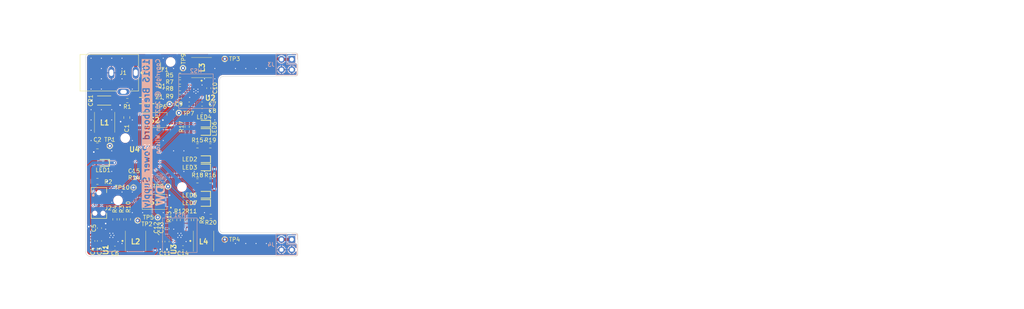
<source format=kicad_pcb>
(kicad_pcb (version 20221018) (generator pcbnew)
  (title_block (title "1016 Breadboard Power Supply") (date "2023-10-05") (rev "1") (company "Dan Wilson") (comment 1 "Copyright © 2023, Dan Wilson"))
  (layers (0 "F.Cu" signal) (31 "B.Cu" power) (34 "B.Paste" user) (35 "F.Paste" user) (36 "B.SilkS" user "B.Silkscreen") (37 "F.SilkS" user "F.Silkscreen") (38 "B.Mask" user) (39 "F.Mask" user) (44 "Edge.Cuts" user))
  (net 0 "")
  (net 1 "/Input Power/Vprot")
  (net 2 "/Input Power/GND")
  (net 3 "/Input Power/VCC")
  (net 4 "/MCU Control/Vmcu")
  (net 5 "/Rail B Power Regulator/VrailB")
  (net 6 "/Input Power/Vfused")
  (net 7 "/Input Power/Vin")
  (net 9 "/MCU Control/SWDIO")
  (net 10 "/MCU Control/SWDCLK")
  (net 12 "/MCU Power Regulator/MCUReg_Sw_Out")
  (net 13 "Net-(LED1-K)")
  (net 14 "/MCU Control/ErrorLED_Sig")
  (net 15 "/MCU Control/ErrorLED_A")
  (net 16 "/MCU Control/OutputLED_A")
  (net 17 "/MCU Control/OutputLED_Sig")
  (net 18 "/MCU Control/5VTLED_A")
  (net 19 "/MCU Control/5VTLED_Sig")
  (net 20 "/MCU Control/5VBLED_A")
  (net 21 "/MCU Control/5VBLED_Sig")
  (net 22 "/MCU Control/3V3TLED_A")
  (net 23 "/MCU Control/3V3TLED_Sig")
  (net 24 "/MCU Control/3V3BLED_Sig")
  (net 25 "/MCU Control/3V3BLED_A")
  (net 26 "/Input Power/RPPgate")
  (net 27 "/MCU Power Regulator/MCUReg_FB")
  (net 28 "/MCU Control/SelectVrailT")
  (net 29 "/MCU Control/SelectVrailB")
  (net 30 "/MCU Control/NRST")
  (net 31 "/MCU Control/Btn_OutputEn")
  (net 32 "/MCU Control/Btn_Config")
  (net 33 "/MCU Control/PGood_RailT")
  (net 34 "/MCU Control/Enable_Output")
  (net 35 "/MCU Control/PGood_RailB")
  (net 38 "/Rail Output/VrailT")
  (net 39 "/MCU Power Regulator/MCUReg_SS")
  (net 40 "/Rail T Power Regulator/RailTReg_SS")
  (net 41 "/Rail B Power Regulator/RailBReg_SS")
  (net 42 "/Rail T Power Regulator/RailTReg_Sw_Out")
  (net 43 "/Rail B Power Regulator/RailBReg_Sw_Out")
  (net 44 "/Rail T Power Regulator/RailTReg_FB")
  (net 45 "/Rail B Power Regulator/RailBReg_FB")
  (net 46 "/MCU Power Regulator/PGood_MCU")
  (footprint "TestPoint:TestPoint_THTPad_D1.0mm_Drill0.5mm" (layer "F.Cu") (at 68.961 84.074)
    (fp_text reference "TP6")
    (fp_text value "TestPoint")
  )
  (footprint "1016:VLS5045EX330M" (layer "F.Cu") (at 52.959 88.541 -90)
    (fp_text reference "L1")
    (fp_text value "VLS5045EX-2R2N" hide)
  )
  (footprint "Resistor_SMD:R_0603_1608Metric" (layer "F.Cu") (at 71.501 78.6)
    (fp_text reference "R7")
    (fp_text value "220K")
  )
  (footprint "TestPoint:TestPoint_THTPad_D1.0mm_Drill0.5mm" (layer "F.Cu") (at 60.071 104.648 180)
    (fp_text reference "TP10")
    (fp_text value "TestPoint")
  )
  (footprint "Resistor_SMD:R_0805_2012Metric" (layer "F.Cu") (at 51.181 103.124)
    (fp_text reference "R2")
    (fp_text value "2K")
  )
  (footprint "Resistor_SMD:R_0603_1608Metric" (layer "F.Cu") (at 71.501 82.156)
    (fp_text reference "R9")
    (fp_text value "28K")
  )
  (footprint "1016:CUI_PJ-102B" (layer "F.Cu") (at 54.11 76.327 180)
    (fp_text reference "J1")
    (fp_text value "PJ-102B")
  )
  (footprint "1016:LEDC1608X80N" (layer "F.Cu") (at 77.47 90.932 180)
    (fp_text reference "LED6")
    (fp_text value "150060YS75003" hide)
  )
  (footprint "1016:LEDC1608X80N" (layer "F.Cu") (at 52.578 98.552 180)
    (fp_text reference "LED1")
    (fp_text value "150060VS75003" hide)
  )
  (footprint "Capacitor_SMD:C_0603_1608Metric" (layer "F.Cu") (at 66.675 117.983 -90)
    (fp_text reference "C12")
    (fp_text value "100n")
  )
  (footprint "Resistor_SMD:R_0603_1608Metric" (layer "F.Cu") (at 75.819 102.997)
    (fp_text reference "R18")
    (fp_text value "210")
  )
  (footprint "1016:LEDC1608X80N" (layer "F.Cu") (at 77.47 99.695 180)
    (fp_text reference "LED3")
    (fp_text value "150060AS75003" hide)
  )
  (footprint "Resistor_SMD:R_0603_1608Metric" (layer "F.Cu") (at 71.501 76.949)
    (fp_text reference "R5")
    (fp_text value "10K")
  )
  (footprint "1016:PTS636SK25JSMTRLFS" (layer "F.Cu") (at 65.278 88.011 180)
    (fp_text reference "S2")
    (fp_text value "Tactile Switch 6mm" hide)
  )
  (footprint "Capacitor_SMD:C_0805_2012Metric" (layer "F.Cu") (at 51.181 94.361 180)
    (fp_text reference "C2")
    (fp_text value "22µ")
  )
  (footprint "Resistor_SMD:R_0603_1608Metric" (layer "F.Cu") (at 57.15 112.5 -90)
    (fp_text reference "R3")
    (fp_text value "100K")
  )
  (footprint "1016:CONN_TC2030-IDC-NL_TGC" (layer "F.Cu") (at 51.562 108.458 -90)
    (fp_text reference "J2")
    (fp_text value "TC2030-IDC-NL")
  )
  (footprint "Capacitor_SMD:C_0603_1608Metric" (layer "F.Cu") (at 63.119 100.584)
    (fp_text reference "C15")
    (fp_text value "100n")
  )
  (footprint "1016:VLS5045EX330M" (layer "F.Cu") (at 60.579 117.856 -90)
    (fp_text reference "L2")
    (fp_text value "VLS5045EX-2R2N" hide)
  )
  (footprint "1016:LEDC1608X80N" (layer "F.Cu") (at 77.47 97.663 180)
    (fp_text reference "LED2")
    (fp_text value "150060RS75003" hide)
  )
  (footprint "Resistor_SMD:R_0603_1608Metric" (layer "F.Cu") (at 55.499 112.5 90)
    (fp_text reference "R4")
    (fp_text value "31K6")
  )
  (footprint "1016:LEDC1608X80N" (layer "F.Cu") (at 77.47 108.458 180)
    (fp_text reference "LED7")
    (fp_text value "150060YS75003" hide)
  )
  (footprint "1016:QFN50P300X300X100-17N-D" (layer "F.Cu") (at 54.761 116.425 180)
    (fp_text reference "U1")
    (fp_text value "TPS62130ARGTR" hide)
  )
  (footprint "Capacitor_SMD:C_0603_1608Metric" (layer "F.Cu") (at 51.689 114.659 -90)
    (fp_text reference "C5")
    (fp_text value "3n3")
  )
  (footprint "Resistor_SMD:R_0603_1608Metric" (layer "F.Cu") (at 78.994 94.361 180)
    (fp_text reference "R19")
    (fp_text value "887")
  )
  (footprint "TestPoint:TestPoint_THTPad_D1.0mm_Drill0.5mm" (layer "F.Cu") (at 82.55 117.475)
    (fp_text reference "TP4")
    (fp_text value "TestPoint")
  )
  (footprint "TestPoint:TestPoint_THTPad_D1.0mm_Drill0.5mm" (layer "F.Cu") (at 82.55 72.898)
    (fp_text reference "TP3")
    (fp_text value "TestPoint")
  )
  (footprint "Resistor_SMD:R_0603_1608Metric" (layer "F.Cu") (at 73.787 112.649 -90)
    (fp_text reference "R11")
    (fp_text value "220K")
  )
  (footprint "Resistor_SMD:R_0603_1608Metric" (layer "F.Cu") (at 79.121 111.76)
    (fp_text reference "R20")
    (fp_text value "887")
  )
  (footprint "Fiducial:Fiducial_1mm_Mask2mm" (layer "F.Cu") (at 50.8 75.565)
    (fp_text reference "FID1")
    (fp_text value "Fiducial")
  )
  (footprint "Capacitor_SMD:C_0603_1608Metric" (layer "F.Cu") (at 73.787 84.061)
    (fp_text reference "C9")
    (fp_text value "3n3")
  )
  (footprint "Capacitor_SMD:C_0603_1608Metric" (layer "F.Cu") (at 50.038 117.834 -90)
    (fp_text reference "C4")
    (fp_text value "100n")
  )
  (footprint "Fiducial:Fiducial_1mm_Mask2mm" (layer "F.Cu") (at 82.55 120.015)
    (fp_text reference "FID3")
    (fp_text value "Fiducial")
  )
  (footprint "Resistor_SMD:R_0603_1608Metric" (layer "F.Cu") (at 63.119 102.235)
    (fp_text reference "R14")
    (fp_text value "10K")
  )
  (footprint "1016:QFN50P300X300X100-17N-D" (layer "F.Cu") (at 75.45 80.875 -90)
    (fp_text reference "U2")
    (fp_text value "TPS62130ARGTR" hide)
  )
  (footprint "1016:VLS5045EX330M" (layer "F.Cu") (at 76.835 75.057)
    (fp_text reference "L3")
    (fp_text value "VLS5045EX-2R2N")
  )
  (footprint "TestPoint:TestPoint_THTPad_D1.0mm_Drill0.5mm" (layer "F.Cu") (at 61.087 112.776)
    (fp_text reference "TP2")
    (fp_text value "TestPoint")
  )
  (footprint "Resistor_SMD:R_0603_1608Metric" (layer "F.Cu") (at 71.501 80.251 180)
    (fp_text reference "R8")
    (fp_text value "42K2")
  )
  (footprint "Capacitor_SMD:C_0603_1608Metric" (layer "F.Cu") (at 51.689 117.834 -90)
    (fp_text reference "C3")
    (fp_text value "10µF")
  )
  (footprint "TestPoint:TestPoint_THTPad_D1.0mm_Drill0.5mm" (layer "F.Cu") (at 54.229 94.361)
    (fp_text reference "TP1")
    (fp_text value "TestPoint")
  )
  (footprint "Resistor_SMD:R_0603_1608Metric" (layer "F.Cu") (at 58.547 83.185 180)
    (fp_text reference "R1")
    (fp_text value "1K91")
  )
  (footprint "1016:QFN50P300X300X100-17N-D" (layer "F.Cu") (at 71.478 116.428 180)
    (fp_text reference "U3")
    (fp_text value "TPS62130ARGTR" hide)
  )
  (footprint "Capacitor_SMD:C_0603_1608Metric" (layer "F.Cu") (at 76.962 85.712)
    (fp_text reference "C8")
    (fp_text value "100n")
  )
  (footprint "Fiducial:Fiducial_1mm_Mask2mm" (layer "F.Cu") (at 82.55 75.565)
    (fp_text reference "FID2")
    (fp_text value "Fiducial")
  )
  (footprint "Resistor_SMD:R_0603_1608Metric" (layer "F.Cu") (at 58.801 112.5 90)
    (fp_text reference "R10")
    (fp_text value "10K")
  )
  (footprint "MountingHole:MountingHole_2.1mm" (layer "F.Cu") (at 69.215 73.66)
    (fp_text reference "H1")
    (fp_text value "MountingHole")
  )
  (footprint "1016:FUSE_SMD1812B110TF_YAG" (layer "F.Cu") (at 64.897 74.676 -90)
    (fp_text reference "F1")
    (fp_text value "SMD1812B110TF")
  )
  (footprint "MountingHole:MountingHole_2.1mm" (layer "F.Cu") (at 56.261 107.823)
    (fp_text reference "H2")
    (fp_text value "MountingHole")
  )
  (footprint "Capacitor_SMD:C_0603_1608Metric" (layer "F.Cu") (at 72.263 119.507 180)
    (fp_text reference "C14")
    (fp_text value "22µ")
  )
  (footprint "MountingHole:MountingHole_2.1mm" (layer "F.Cu") (at 72.009 104.521)
    (fp_text reference "H4")
    (fp_text value "MountingHole")
  )
  (footprint "Capacitor_SMD:C_0805_2012Metric" (layer "F.Cu") (at 58.42 87.376 -90)
    (fp_text reference "C1")
    (fp_text value "22µ")
  )
  (footprint "Capacitor_SMD:C_0603_1608Metric" (layer "F.Cu") (at 68.326 117.983 -90)
    (fp_text reference "C11")
    (fp_text value "10µF")
  )
  (footprint "Capacitor_SMD:C_0603_1608Metric" (layer "F.Cu") (at 78.613 80.137 -90)
    (fp_text reference "C10")
    (fp_text value "22µ")
  )
  (footprint "1016:PTS636SK25JSMTRLFS" (layer "F.Cu") (at 65.278 108.204 180)
    (fp_text reference "S1")
    (fp_text value "Tactile Switch 6mm" hide)
  )
  (footprint "1016:UFQFPN20_3X3_STM" (layer "F.Cu") (at 63.373 97.663 90)
    (fp_text reference "U4")
    (fp_text value "STM32C011F4U6TR")
  )
  (footprint "Resistor_SMD:R_0603_1608Metric" (layer "F.Cu") (at 70.231 112.649 -90)
    (fp_text reference "R13")
    (fp_text value "28K")
  )
  (footprint "1016:SOD-123F_LTF" (layer "F.Cu") (at 52.832 83.185 180)
    (fp_text reference "CR1")
    (fp_text value "SMF17CA")
  )
  (footprint "TestPoint:TestPoint_THTPad_D1.0mm_Drill0.5mm" (layer "F.Cu") (at 71.247 86.233)
    (fp_text reference "TP7")
    (fp_text value "TestPoint")
  )
  (footprint "DW_Footprint:Solder_Stencil_Alignment_Pin" (layer "F.Cu") (at 91.28 131.666)
    (fp_text reference "P2")
    (fp_text value "Solder_Stencil_Alignment_Pin")
  )
  (footprint "Resistor_SMD:R_0603_1608Metric" (layer "F.Cu") (at 72.136 112.649 90)
    (fp_text reference "R12")
    (fp_text value "42K2")
  )
  (footprint "TestPoint:TestPoint_THTPad_D1.0mm_Drill0.5mm" (layer "F.Cu") (at 72.263 75.184)
    (fp_text reference "TP9")
    (fp_text value "TestPoint")
  )
  (footprint "1016:LEDC1608X80N" (layer "F.Cu") (at 77.47 88.9 180)
    (fp_text reference "LED4")
    (fp_text value "150060VS75003" hide)
  )
  (footprint "Resistor_SMD:R_0603_1608Metric" (layer "F.Cu") (at 75.819 94.361)
    (fp_text reference "R15")
    (fp_text value "365")
  )
  (footprint "1016:BUK6D12060PX" (layer "F.Cu") (at 64.435 79.644 180)
    (fp_text reference "Q1")
    (fp_text value "BUK6D120-60PX" hide)
  )
  (footprint "Resistor_SMD:R_0603_1608Metric" (layer "F.Cu") (at 73.279 89.662 -90)
    (fp_text reference "R17")
    (fp_text value "210")
  )
  (footprint "TestPoint:TestPoint_THTPad_D1.0mm_Drill0.5mm" (layer "F.Cu") (at 68.58 104.394 90)
    (fp_text reference "TP8")
    (fp_text value "TestPoint")
  )
  (footprint "DW_Footprint:Solder_Stencil_Alignment_Pin" (layer "F.Cu") (at 38.26 61.374)
    (fp_text reference "P3")
    (fp_text value "Solder_Stencil_Alignment_Pin")
  )
  (footprint "MountingHole:MountingHole_2.1mm" (layer "F.Cu") (at 58.039 92.456)
    (fp_text reference "H3")
    (fp_text value "MountingHole")
  )
  (footprint "Resistor_SMD:R_0603_1608Metric" (layer "F.Cu") (at 78.994 102.997 180)
    (fp_text reference "R16")
    (fp_text value "402")
  )
  (footprint "Resistor_SMD:R_0603_1608Metric" (layer "F.Cu") (at 75.438 112.649 -90)
    (fp_text reference "R6")
    (fp_text value "10K")
  )
  (footprint "1016:LEDC1608X80N" (layer "F.Cu") (at 77.47 106.426 180)
    (fp_text reference "LED5")
    (fp_text value "150060VS75003" hide)
  )
  (footprint "Capacitor_SMD:C_0603_1608Metric" (layer "F.Cu") (at 76.962 84.061)
    (fp_text reference "C7")
    (fp_text value "10µF")
  )
  (footprint "TestPoint:TestPoint_THTPad_D1.0mm_Drill0.5mm" (layer "F.Cu") (at 66.04 112.014)
    (fp_text reference "TP5")
    (fp_text value "TestPoint")
  )
  (footprint "Capacitor_SMD:C_0603_1608Metric" (layer "F.Cu") (at 55.499 119.634 180)
    (fp_text reference "C6")
    (fp_text value "22µ")
  )
  (footprint "1016:SOD3716X145N" (layer "F.Cu") (at 62.865 83.185 180)
    (fp_text reference "Z1")
    (fp_text value "MMSZ5231B-7-F" hide)
  )
  (footprint "Capacitor_SMD:C_0603_1608Metric" (layer "F.Cu") (at 68.326 114.808 -90)
    (fp_text reference "C13")
    (fp_text value "3n3")
  )
  (footprint "1016:VLS5045EX330M" (layer "F.Cu") (at 77.33 117.856 -90)
    (fp_text reference "L4")
    (fp_text value "VLS5045EX-2R2N" hide)
  )
  (footprint "DW_Footprint:DW_PCB_Logo" (layer "B.Cu") (at 66.675 105.156 -90)
    (fp_text reference "P1" hide)
    (fp_text value "DW_PCB_Logo" hide)
  )
  (footprint "Connector_PinHeader_2.54mm:PinHeader_2x02_P2.54mm_Vertical" (layer "B.Cu") (at 99.06 73.025 180)
    (fp_text reference "J3")
    (fp_text value "Pin Hdr 2x2")
  )
  (footprint "Connector_PinHeader_2.54mm:PinHeader_2x02_P2.54mm_Vertical" (layer "B.Cu") (at 99.06 117.475 180)
    (fp_text reference "J4")
    (fp_text value "Pin Hdr 2x2")
  )
  (footprint "1016:HSB01-080808" (layer "B.Cu") (at 71.478 116.428 180)
    (fp_text reference "HS1")
    (fp_text value "Heat Sink")
  )
  (footprint "1016:HSB01-080808" (layer "B.Cu") (at 75.45 80.875 180)
    (fp_text reference "HS2")
    (fp_text value "Heat Sink")
  )
  (gr_line (start 68.326 120.269) (end 68.326 119.634) (stroke (width 0.1778)) (layer "F.SilkS"))
  (gr_line (start 66.04 115.951) (end 66.421 116.332) (stroke (width 0.1778)) (layer "F.SilkS"))
  (gr_arc (start 49.53 121.666) (mid 48.631974 121.294026) (end 48.26 120.396) (stroke (width 0.1)) (layer "Edge.Cuts"))
  (gr_arc (start 99.949 115.824) (mid 100.398012 116.009987) (end 100.584 116.459) (stroke (width 0.1)) (layer "Edge.Cuts"))
  (gr_arc (start 82.169 115.824) (mid 81.540383 115.563618) (end 81.28 114.935) (stroke (width 0.1)) (layer "Edge.Cuts"))
  (gr_arc (start 100.584 121.031) (mid 100.398013 121.480012) (end 99.949 121.666) (stroke (width 0.1)) (layer "Edge.Cuts"))
  (gr_line (start 81.28 78.105) (end 81.28 114.935) (stroke (width 0.1)) (layer "Edge.Cuts"))
  (gr_arc (start 81.28 78.105) (mid 81.540382 77.476382) (end 82.169 77.216) (stroke (width 0.1)) (layer "Edge.Cuts"))
  (gr_line (start 100.584 116.459) (end 100.584 121.031) (stroke (width 0.1)) (layer "Edge.Cuts"))
  (gr_arc (start 100.584 76.581) (mid 100.398013 77.030013) (end 99.949 77.216) (stroke (width 0.1)) (layer "Edge.Cuts"))
  (gr_line (start 82.169 115.824) (end 99.949 115.824) (stroke (width 0.1)) (layer "Edge.Cuts"))
  (gr_arc (start 99.949 71.374) (mid 100.398013 71.559987) (end 100.584 72.009) (stroke (width 0.1)) (layer "Edge.Cuts"))
  (gr_line (start 99.949 77.216) (end 82.169 77.216) (stroke (width 0.1)) (layer "Edge.Cuts"))
  (gr_line (start 99.949 121.666) (end 49.53 121.666) (stroke (width 0.1)) (layer "Edge.Cuts"))
  (gr_arc (start 48.26 72.644) (mid 48.631974 71.745974) (end 49.53 71.374) (stroke (width 0.1)) (layer "Edge.Cuts"))
  (gr_line (start 48.26 120.396) (end 48.26 72.644) (stroke (width 0.1)) (layer "Edge.Cuts"))
  (gr_line (start 100.584 76.581) (end 100.584 72.009) (stroke (width 0.1)) (layer "Edge.Cuts"))
  (gr_line (start 99.949 71.374) (end 49.53 71.374) (stroke (width 0.1)) (layer "Edge.Cuts"))
  (gr_text "Copyright © 2023 Dan Wilson" (at 66.675 72.771 90) (layer "B.SilkS") (effects (font (size 1.016 1.016) (thickness 0.1778) bold) (justify left bottom mirror)))
  (gr_text "1016 Breadboard Power Supply" (at 64.135 72.771 90) (layer "B.SilkS" knockout) (effects (font (size 1.524 1.524) (thickness 0.3048) bold) (justify left bottom mirror)))
  (segment (start 64.008 84.709) (end 58.801 84.709) (width 0.762) (layer "F.Cu") (net 1))
  (segment (start 64.565 84.152) (end 64.008 84.709) (width 0.762) (layer "F.Cu") (net 1))
  (segment (start 64.565 83.185) (end 64.565 84.152) (width 0.762) (layer "F.Cu") (net 1))
  (segment (start 52.959 86.741) (end 58.105 86.741) (width 0.762) (layer "F.Cu") (net 1))
  (segment (start 58.42 86.426) (end 58.42 85.09) (width 0.762) (layer "F.Cu") (net 1))
  (segment (start 58.42 85.09) (end 58.801 84.709) (width 0.762) (layer "F.Cu") (net 1))
  (segment (start 58.105 86.741) (end 58.42 86.426) (width 0.762) (layer "F.Cu") (net 1))
  (segment (start 77.737 84.061) (end 77.737 85.712) (width 0.762) (layer "F.Cu") (net 2))
  (segment (start 71.728 117.928) (end 71.728 116.994) (width 0.2032) (layer "F.Cu") (net 2))
  (segment (start 68.326 118.758) (end 66.675 118.758) (width 0.762) (layer "F.Cu") (net 2))
  (segment (start 72.228 117.178) (end 71.478 116.428) (width 0.2032) (layer "F.Cu") (net 2))
  (segment (start 78.981 85.712) (end 78.994 85.725) (width 0.762) (layer "F.Cu") (net 2))
  (segment (start 55.011 114.925) (end 55.011 115.931) (width 0.2032) (layer "F.Cu") (net 2))
  (segment (start 55.511 116.725) (end 55.245 116.459) (width 0.2032) (layer "F.Cu") (net 2))
  (segment (start 52.0935 103.124) (end 53.594 103.124) (width 0.762) (layer "F.Cu") (net 2))
  (segment (start 69.977 114.935) (end 70.721 114.935) (width 0.2032) (layer "F.Cu") (net 2))
  (segment (start 68.326 118.758) (end 68.326 119.888) (width 0.762) (layer "F.Cu") (net 2))
  (segment (start 70.728 114.928) (end 70.728 115.686) (width 0.2032) (layer "F.Cu") (net 2))
  (segment (start 68.953 108.204) (end 68.953 106.561) (width 0.762) (layer "F.Cu") (net 2))
  (segment (start 70.728 115.686) (end 70.993 115.951) (width 0.2032) (layer "F.Cu") (net 2))
  (segment (start 54.511 119.272) (end 54.724 119.485) (width 0.2032) (layer "F.Cu") (net 2))
  (segment (start 50.231 94.361) (end 50.231 95.824) (width 0.762) (layer "F.Cu") (net 2))
  (segment (start 55.569 117.983) (end 55.511 117.925) (width 0.2032) (layer "F.Cu") (net 2))
  (segment (start 76.95 80.125) (end 76.199 80.125) (width 0.2032) (layer "F.Cu") (net 2))
  (segment (start 55.511 117.925) (end 55.511 116.725) (width 0.2032) (layer "F.Cu") (net 2))
  (segment (start 76.95 80.625) (end 76.193 80.625) (width 0.2032) (layer "F.Cu") (net 2))
  (segment (start 76.199 80.125) (end 75.946 80.378) (width 0.2032) (layer "F.Cu") (net 2))
  (segment (start 73.95 80.625) (end 74.683 80.625) (width 0.2032) (layer "F.Cu") (net 2))
  (segment (start 58.42 88.326) (end 56.962 88.326) (width 0.762) (layer "F.Cu") (net 2))
  (segment (start 76.193 80.625) (end 75.946 80.378) (width 0.2032) (layer "F.Cu") (net 2))
  (segment (start 63.373 98.963) (end 63.373 99.822) (width 0.2032) (layer "F.Cu") (net 2))
  (segment (start 51.689 118.609) (end 51.689 119.761) (width 0.762) (layer "F.Cu") (net 2))
  (segment (start 56.261 117.983) (end 55.569 117.983) (width 0.2032) (layer "F.Cu") (net 2))
  (segment (start 73.95 81.625) (end 73.95 82.374) (width 0.2032) (layer "F.Cu") (net 2))
  (segment (start 74.683 80.625) (end 74.93 80.378) (width 0.2032) (layer "F.Cu") (net 2))
  (segment (start 55.011 115.931) (end 54.991 115.951) (width 0.2032) (layer "F.Cu") (net 2))
  (segment (start 57.722 83.185) (end 57.15 83.185) (width 0.2032) (layer "F.Cu") (net 2))
  (segment (start 67.069 114.033) (end 67.056 114.046) (width 0.762) (layer "F.Cu") (net 2))
  (segment (start 51.689 113.884) (end 52.867 113.884) (width 0.762) (layer "F.Cu") (net 2))
  (segment (start 76.95 79.374) (end 76.962 79.362) (width 0.2032) (layer "F.Cu") (net 2))
  (segment (start 76.95 80.125) (end 76.95 79.374) (width 0.2032) (layer "F.Cu") (net 2))
  (segment (start 78.613 80.912) (end 78.613 82.042) (width 0.762) (layer "F.Cu") (net 2))
  (segment (start 70.721 114.935) (end 70.728 114.928) (width 0.2032) (layer "F.Cu") (net 2))
  (segment (start 73.012 84.061) (end 71.869 84.061) (width 0.762) (layer "F.Cu") (net 2))
  (segment (start 63.894 100.343) (end 63.894 100.584) (width 0.2032) (layer "F.Cu") (net 2))
  (segment (start 68.953 106.561) (end 68.961 106.553) (width 0.762) (layer "F.Cu") (net 2))
  (segment (start 54.724 119.634) (end 53.594 119.634) (width 0.762) (layer "F.Cu") (net 2))
  (segment (start 51.2191 83.185) (end 49.784 83.185) (width 0.762) (layer "F.Cu") (net 2))
  (segment (start 50.038 118.609) (end 50.038 119.761) (width 0.762) (layer "F.Cu") (net 2))
  (segment (start 50.231 95.824) (end 50.292 95.885) (width 0.762) (layer "F.Cu") (net 2))
  (segment (start 56.769 83.566) (end 56.769 84.328) (width 0.2032) (layer "F.Cu") (net 2))
  (segment (start 56.962 88.326) (end 56.896 88.392) (width 0.762) (layer "F.Cu") (net 2))
  (segment (start 68.326 114.033) (end 67.069 114.033) (width 0.762) (layer "F.Cu") (net 2))
  (segment (start 55.011 116.987) (end 54.991 116.967) (width 0.2032) (layer "F.Cu") (net 2))
  (segment (start 55.011 117.925) (end 55.011 116.987) (width 0.2032) (layer "F.Cu") (net 2))
  (segment (start 54.011 114.925) (end 54.011 115.733) (width 0.2032) (layer "F.Cu") (net 2))
  (segment (start 54.011 114.925) (end 53.223 114.925) (width 0.2032) (layer "F.Cu") (net 2))
  (segment (start 52.867 113.884) (end 53.213 113.538) (width 0.762) (layer "F.Cu") (net 2))
  (segment (start 73.025 117.983) (end 72.283 117.983) (width 0.2032) (layer "F.Cu") (net 2))
  (segment (start 73.95 82.374) (end 73.914 82.41) (width 0.2032) (layer "F.Cu") (net 2))
  (segment (start 57.15 83.185) (end 56.769 83.566) (width 0.2032) (layer "F.Cu") (net 2))
  (segment (start 75.207 81.625) (end 75.438 81.394) (width 0.2032) (layer "F.Cu") (net 2))
  (segment (start 68.953 88.011) (end 67.31 88.011) (width 0.762) (layer "F.Cu") (net 2))
  (segment (start 77.737 84.061) (end 78.981 84.061) (width 0.762) (layer "F.Cu") (net 2))
  (segment (start 78.981 84.061) (end 78.994 84.074) (width 0.762) (layer "F.Cu") (net 2))
  (segment (start 71.728 115.924) (end 71.755 115.951) (width 0.2032) (layer "F.Cu") (net 2))
  (segment (start 53.223 114.925) (end 53.213 114.935) (width 0.2032) (layer "F.Cu") (net 2))
  (segment (start 50.038 118.609) (end 51.689 118.609) (width 0.762) (layer "F.Cu") (net 2))
  (segment (start 63.373 99.822) (end 63.894 100.343) (width 0.2032) (layer "F.Cu") (net 2))
  (segment (start 72.228 117.928) (end 72.228 117.178) (width 0.2032) (layer "F.Cu") (net 2))
  (segment (start 71.728 114.928) (end 71.728 115.924) (width 0.2032) (layer "F.Cu") (net 2))
  (segment (start 54.011 115.733) (end 54.229 115.951) (width 0.2032) (layer "F.Cu") (net 2))
  (segment (start 72.283 117.983) (end 72.228 117.928) (width 0.2032) (layer "F.Cu") (net 2))
  (segment (start 77.737 85.712) (end 78.981 85.712) (width 0.762) (layer "F.Cu") (net 2))
  (segment (start 71.488 119.507) (end 70.231 119.507) (width 0.762) (layer "F.Cu") (net 2))
  (segment (start 50.927 109.728) (end 50.673 109.728) (width 0.2032) (layer "F.Cu") (net 2))
  (segment (start 66.675 118.758) (end 66.675 119.888) (width 0.762) (layer "F.Cu") (net 2))
  (segment (start 71.728 116.994) (end 71.755 116.967) (width 0.2032) (layer "F.Cu") (net 2))
  (segment (start 73.95 81.625) (end 75.207 81.625) (width 0.2032) (layer "F.Cu") (net 2))
  (segment (start 71.869 84.061) (end 71.755 83.947) (width 0.762) (layer "F.Cu") (net 2))
  (via (at 52.165 100.679) (size 0.508) (drill 0.254) (layers "F.Cu" "B.Cu") (net 2))
  (via (at 77.565 93.059) (size 0.508) (drill 0.254) (layers "F.Cu" "B.Cu") (net 2))
  (via (at 53.594 103.124) (size 0.762) (drill 0.381) (layers "F.Cu" "B.Cu") (net 2))
  (via (at 53.213 114.935) (size 0.508) (drill 0.254) (layers "F.Cu" "B.Cu") (net 2))
  (via (at 67.405 75.279) (size 0.508) (drill 0.254) (layers "F.Cu" "B.Cu") (net 2))
  (via (at 54.483 116.459) (size 0.508) (drill 0.254) (layers "F.Cu" "B.Cu") (net 2))
  (via (at 53.594 119.634) (size 0.762) (drill 0.381) (layers "F.Cu" "B.Cu") (net 2))
  (via (at 50.292 95.885) (size 0.762) (drill 0.381) (layers "F.Cu" "B.Cu") (net 2))
  (via (at 73.025 117.983) (size 0.508) (drill 0.254) (layers "F.Cu" "B.Cu") (net 2))
  (via (at 69.945 85.439) (size 0.508) (drill 0.254) (layers "F.Cu" "B.Cu") (net 2))
  (via (at 90.265 118.459) (size 0.508) (drill 0.254) (layers "F.Cu" "B.Cu") (net 2))
  (via (at 57.245 105.759) (size 0.508) (drill 0.254) (layers "F.Cu" "B.Cu") (net 2))
  (via (at 67.405 108.299) (size 0.508) (drill 0.254) (layers "F.Cu" "B.Cu") (net 2))
  (via (at 59.785 110.839) (size 0.508) (drill 0.254) (layers "F.Cu" "B.Cu") (net 2))
  (via (at 54.991 115.951) (size 0.508) (drill 0.254) (layers "F.Cu" "B.Cu") (net 2))
  (via (at 49.625 77.819) (size 0.508) (drill 0.254) (layers "F.Cu" "B.Cu") (net 2))
  (via (at 62.325 110.839) (size 0.508) (drill 0.254) (layers "F.Cu" "B.Cu") (net 2))
  (via (at 71.374 116.459) (size 0.508) (drill 0.254) (layers "F.Cu" "B.Cu") (net 2))
  (via (at 53.213 113.538) (size 0.762) (drill 0.381) (layers "F.Cu" "B.Cu") (net 2))
  (via (at 73.914 82.41) (size 0.508) (drill 0.254) (layers "F.Cu" "B.Cu") (net 2))
  (via (at 78.994 85.725) (size 0.762) (drill 0.381) (layers "F.Cu" "B.Cu") (net 2))
  (via (at 77.565 77.819) (size 0.508) (drill 0.254) (layers "F.Cu" "B.Cu") (net 2))
  (via (at 95.345 118.459) (size 0.508) (drill 0.254) (layers "F.Cu" "B.Cu") (net 2))
  (via (at 52.165 87.979) (size 0.508) (drill 0.254) (layers "F.Cu" "B.Cu") (net 2))
  (via (at 52.165 75.279) (size 0.508) (drill 0.254) (layers "F.Cu" "B.Cu") (net 2))
  (via (at 52.165 80.359) (size 0.508) (drill 0.254) (layers "F.Cu" "B.Cu") (net 2))
  (via (at 49.625 87.979) (size 0.508) (drill 0.254) (layers "F.Cu" "B.Cu") (net 2))
  (via (at 52.165 77.819) (size 0.508) (drill 0.254) (layers "F.Cu" "B.Cu") (net 2))
  (via (at 80.105 75.279) (size 0.508) (drill 0.254) (layers "F.Cu" "B.Cu") (net 2))
  (via (at 92.805 118.459) (size 0.508) (drill 0.254) (layers "F.Cu" "B.Cu") (net 2))
  (via (at 59.785 87.979) (size 0.508) (drill 0.254) (layers "F.Cu" "B.Cu") (net 2))
  (via (at 67.405 105.759) (size 0.508) (drill 0.254) (layers "F.Cu" "B.Cu") (net 2))
  (via (at 75.438 81.394) (size 0.508) (drill 0.254) (layers "F.Cu" "B.Cu") (net 2))
  (via (at 59.785 105.759) (size 0.508) (drill 0.254) (layers "F.Cu" "B.Cu") (net 2))
  (via (at 56.769 84.328) (size 0.762) (drill 0.381) (layers "F.Cu" "B.Cu") (net 2))
  (via (at 51.689 119.761) (size 0.762) (drill 0.381) (layers "F.Cu" "B.Cu") (net 2))
  (via (at 57.245 72.739) (size 0.508) (drill 0.254) (layers "F.Cu" "B.Cu") (net 2))
  (via (at 59.785 93.059) (size 0.508) (drill 0.254) (layers "F.Cu" "B.Cu") (net 2))
  (via (at 80.105 87.979) (size 0.508) (drill 0.254) (layers "F.Cu" "B.Cu") (net 2))
  (via (at 49.625 85.439) (size 0.508) (drill 0.254) (layers "F.Cu" "B.Cu") (net 2))
  (via (at 80.105 77.819) (size 0.508) (drill 0.254) (layers "F.Cu" "B.Cu") (net 2))
  (via (at 74.93 80.378) (size 0.508) (drill 0.254) (layers "F.Cu" "B.Cu") (net 2))
  (via (at 67.31 88.011) (size 0.762) (drill 0.381) (layers "F.Cu" "B.Cu") (net 2))
  (via (at 49.625 80.359) (size 0.508) (drill 0.254) (layers "F.Cu" "B.Cu") (net 2))
  (via (at 54.705 87.979) (size 0.508) (drill 0.254) (layers "F.Cu" "B.Cu") (net 2))
  (via (at 87.725 75.279) (size 0.508) (drill 0.254) (layers "F.Cu" "B.Cu") (net 2))
  (via (at 72.485 100.679) (size 0.508) (drill 0.254) (layers "F.Cu" "B.Cu") (net 2))
  (via (at 52.165 72.739) (size 0.508) (drill 0.254) (layers "F.Cu" "B.Cu") (net 2))
  (via (at 67.405 80.359) (size 0.508) (drill 0.254) (layers "F.Cu" "B.Cu") (net 2))
  (via (at 67.405 82.899) (size 0.508) (drill 0.254) (layers "F.Cu" "B.Cu") (net 2))
  (via (at 68.326 119.888) (size 0.762) (drill 0.381) (layers "F.Cu" "B.Cu") (net 2))
  (via (at 75.438 80.759) (size 0.508) (drill 0.254) (layers "F.Cu" "B.Cu") (net 2))
  (via (at 54.705 95.599) (size 0.508) (drill 0.254) (layers "F.Cu" "B.Cu") (net 2))
  (via (at 59.785 100.679) (size 0.508) (drill 0.254) (layers "F.Cu" "B.Cu") (net 2))
  (via (at 67.405 110.839) (size 0.508) (drill 0.254) (layers "F.Cu" "B.Cu") (net 2))
  (via (at 76.962 79.362) (size 0.508) (drill 0.254) (layers "F.Cu" "B.Cu") (net 2))
  (via (at 54.705 108.299) (size 0.508) (drill 0.254) (layers "F.Cu" "B.Cu") (net 2))
  (via (at 90.265 75.279) (size 0.508) (drill 0.254) (layers "F.Cu" "B.Cu") (net 2))
  (via (at 70.993 116.967) (size 0.508) (drill 0.254) (layers "F.Cu" "B.Cu") (net 2))
  (via (at 56.261 117.983) (size 0.508) (drill 0.254) (layers "F.Cu" "B.Cu") (net 2))
  (via (at 59.785 80.359) (size 0.508) (drill 0.254) (layers "F.Cu" "B.Cu") (net 2))
  (via (at 52.165 85.439) (size 0.508) (drill 0.254) (layers "F.Cu" "B.Cu") (net 2))
  (via (at 71.755 116.967) (size 0.508) (drill 0.254) (layers "F.Cu" "B.Cu") (net 2))
  (via (at 71.755 115.951) (size 0.508) (drill 0.254) (layers "F.Cu" "B.Cu") (net 2))
  (via (at 69.945 75.279) (size 0.508) (drill 0.254) (layers "F.Cu" "B.Cu") (net 2))
  (via (at 77.565 100.679) (size 0.508) (drill 0.254) (layers "F.Cu" "B.Cu") (net 2))
  (via (at 75.025 110.839) (size 0.508) (drill 0.254) (layers "F.Cu" "B.Cu") (net 2))
  (via (at 69.977 114.935) (size 0.508) (drill 0.254) (layers "F.Cu" "B.Cu") (net 2))
  (via (at 49.625 90.519) (size 0.508) (drill 0.254) (layers "F.Cu" "B.Cu") (net 2))
  (via (at 62.325 75.279) (size 0.508) (drill 0.254) (layers "F.Cu" "B.Cu") (net 2))
  (via (at 77.565 110.839) (size 0.508) (drill 0.254) (layers "F.Cu" "B.Cu") (net 2))
  (via (at 49.625 72.739) (size 0.508) (drill 0.254) (layers "F.Cu" "B.Cu") (net 2))
  (via (at 57.245 75.279) (size 0.508) (drill 0.254) (layers "F.Cu" "B.Cu") (net 2))
  (via (at 74.93 81.013) (size 0.508) (drill 0.254) (layers "F.Cu" "B.Cu") (net 2))
  (via (at 85.185 118.459) (size 0.508) (drill 0.254) (layers "F.Cu" "B.Cu") (net 2))
  (via (at 80.105 82.899) (size 0.508) (drill 0.254) (layers "F.Cu" "B.Cu") (net 2))
  (via (at 72.009 116.459) (size 0.508) (drill 0.254) (layers "F.Cu" "B.Cu") (net 2))
  (via (at 56.896 88.392) (size 0.762) (drill 0.381) (layers "F.Cu" "B.Cu") (net 2))
  (via (at 69.945 95.599) (size 0.508) (drill 0.254) (layers "F.Cu" "B.Cu") (net 2))
  (via (at 67.405 72.739) (size 0.508) (drill 0.254) (layers "F.Cu" "B.Cu") (net 2))
  (via (at 54.991 116.967) (size 0.508) (drill 0.254) (layers "F.Cu" "B.Cu") (net 2))
  (via (at 80.105 80.359) (size 0.508) (drill 0.254) (layers "F.Cu" "B.Cu") (net 2))
  (via (at 75.946 81.013) (size 0.508) (drill 0.254) (layers "F.Cu" "B.Cu") (net 2))
  (via (at 92.805 75.279) (size 0.508) (drill 0.254) (layers "F.Cu" "B.Cu") (net 2))
  (via (at 49.784 83.185) (size 0.762) (drill 0.381) (layers "F.Cu" "B.Cu") (net 2))
  (via (at 78.994 84.074) (size 0.762) (drill 0.381) (layers "F.Cu" "B.Cu") (net 2))
  (via (at 67.056 114.046) (size 0.762) (drill 0.381) (layers "F.Cu" "B.Cu") (net 2))
  (via (at 49.625 93.059) (size 0.508) (drill 0.254) (layers "F.Cu" "B.Cu") (net 2))
  (via (at 70.231 119.507) (size 0.762) (drill 0.381) (layers "F.Cu" "B.Cu") (net 2))
  (via (at 87.725 118.459) (size 0.508) (drill 0.254) (layers "F.Cu" "B.Cu") (net 2))
  (via (at 72.485 95.599) (size 0.508) (drill 0.254) (layers "F.Cu" "B.Cu") (net 2))
  (via (at 66.675 119.888) (size 0.762) (drill 0.381) (layers "F.Cu" "B.Cu") (net 2))
  (via (at 54.705 72.739) (size 0.508) (drill 0.254) (layers "F.Cu" "B.Cu") (net 2))
  (via (at 62.325 82.899) (size 0.508) (drill 0.254) (layers "F.Cu" "B.Cu") (net 2))
  (via (at 54.705 93.059) (size 0.508) (drill 0.254) (layers "F.Cu" "B.Cu") (net 2))
  (via (at 71.755 83.947) (size 0.762) (drill 0.381) (layers "F.Cu" "B.Cu") (net 2))
  (via (at 54.229 115.951) (size 0.508) (drill 0.254) (layers "F.Cu" "B.Cu") (net 2))
  (via (at 54.229 116.967) (size 0.508) (drill 0.254) (layers "F.Cu" "B.Cu") (net 2))
  (via (at 69.945 110.839) (size 0.508) (drill 0.254) (layers "F.Cu" "B.Cu") (net 2))
  (via (at 50.038 119.761) (size 0.762) (drill 0.381) (layers "F.Cu" "B.Cu") (net 2))
  (via (at 67.405 93.059) (size 0.508) (drill 0.254) (layers "F.Cu" "B.Cu") (net 2))
  (via (at 70.993 115.951) (size 0.508) (drill 0.254) (layers "F.Cu" "B.Cu") (net 2))
  (via (at 54.705 85.439) (size 0.508) (drill 0.254) (layers "F.Cu" "B.Cu") (net 2))
  (via (at 54.705 100.679) (size 0.508) (drill 0.254) (layers "F.Cu" "B.Cu") (net 2))
  (via (at 55.245 116.459) (size 0.508) (drill 0.254) (layers "F.Cu" "B.Cu") (net 2))
  (via (at 75.946 80.378) (size 0.508) (drill 0.254) (layers "F.Cu" "B.Cu") (net 2))
  (via (at 78.613 82.042) (size 0.762) (drill 0.381) (layers "F.Cu" "B.Cu") (net 2))
  (via (at 85.185 75.279) (size 0.508) (drill 0.254) (layers "F.Cu" "B.Cu") (net 2))
  (via (at 57.245 118.459) (size 0.508) (drill 0.254) (layers "F.Cu" "B.Cu") (net 2))
  (via (at 57.245 77.819) (size 0.508) (drill 0.254) (layers "F.Cu" "B.Cu") (net 2))
  (via (at 75.025 100.679) (size 0.508) (drill 0.254) (layers "F.Cu" "B.Cu") (net 2))
  (via (at 68.961 106.553) (size 0.762) (drill 0.381) (layers "F.Cu" "B.Cu") (net 2))
  (segment (start 72.136 87.249) (end 72.771 87.249) (width 0.762) (layer "F.Cu") (net 3))
  (segment (start 52.131 94.361) (end 54.229 94.361) (width 0.2032) (layer "F.Cu") (net 3))
  (segment (start 52.131 94.361) (end 52.131 91.169) (width 0.762) (layer "F.Cu") (net 3))
  (segment (start 50.038 115.316) (end 50.038 116.078) (width 0.762) (layer "F.Cu") (net 3))
  (segment (start 65.405 118.364) (end 65.786 117.983) (width 0.762) (layer "F.Cu") (net 3))
  (segment (start 70.485 89.916) (end 71.247 89.154) (width 0.762) (layer "F.Cu") (net 3))
  (segment (start 53.328 98.552) (end 55.372 98.552) (width 0.762) (layer "F.Cu") (net 3))
  (segment (start 52.959 90.341) (end 55.582 90.341) (width 0.762) (layer "F.Cu") (net 3))
  (segment (start 53.328 98.552) (end 53.328 97.397) (width 0.762) (layer "F.Cu") (net 3))
  (segment (start 71.247 88.138) (end 72.136 87.249) (width 0.762) (layer "F.Cu") (net 3))
  (segment (start 49.022 114.3) (end 50.038 115.316) (width 0.762) (layer "F.Cu") (net 3))
  (segment (start 52.131 91.169) (end 52.959 90.341) (width 0.762) (layer "F.Cu") (net 3))
  (segment (start 52.131 96.2) (end 52.131 94.361) (width 0.762) (layer "F.Cu") (net 3))
  (segment (start 74.295 85.725) (end 75.184 85.725) (width 0.762) (layer "F.Cu") (net 3))
  (segment (start 56.007 89.916) (end 70.485 89.916) (width 0.762) (layer "F.Cu") (net 3))
  (segment (start 53.328 97.397) (end 52.131 96.2) (width 0.762) (layer "F.Cu") (net 3))
  (segment (start 55.582 90.341) (end 56.007 89.916) (width 0.762) (layer "F.Cu") (net 3))
  (segment (start 71.247 89.154) (end 71.247 88.138) (width 0.762) (layer "F.Cu") (net 3))
  (segment (start 72.771 87.249) (end 74.295 85.725) (width 0.762) (layer "F.Cu") (net 3))
  (segment (start 65.405 120.142) (end 65.405 118.364) (width 0.762) (layer "F.Cu") (net 3))
  (via (at 55.372 98.552) (size 0.762) (drill 0.381) (layers "F.Cu" "B.Cu") (net 3))
  (via (at 49.022 114.3) (size 0.762) (drill 0.381) (layers "F.Cu" "B.Cu") (net 3))
  (via (at 65.405 120.142) (size 0.762) (drill 0.381) (layers "F.Cu" "B.Cu") (net 3))
  (segment (start 50.038 98.552) (end 49.022 99.568) (width 0.762) (layer "B.Cu") (net 3))
  (segment (start 49.022 120.142) (end 49.784 120.904) (width 0.762) (layer "B.Cu") (net 3))
  (segment (start 55.372 98.552) (end 50.038 98.552) (width 0.762) (layer "B.Cu") (net 3))
  (segment (start 49.022 99.568) (end 49.022 114.3) (width 0.762) (layer "B.Cu") (net 3))
  (segment (start 49.784 120.904) (end 65.024 120.904) (width 0.762) (layer "B.Cu") (net 3))
  (segment (start 65.405 120.523) (end 65.405 120.142) (width 0.762) (layer "B.Cu") (net 3))
  (segment (start 65.024 120.904) (end 65.405 120.523) (width 0.762) (layer "B.Cu") (net 3))
  (segment (start 49.022 114.3) (end 49.022 120.142) (width 0.762) (layer "B.Cu") (net 3))
  (segment (start 78.169 95.314) (end 78.613 95.758) (width 0.762) (layer "F.Cu") (net 4))
  (segment (start 78.169 102.997) (end 78.169 104.077) (width 0.762) (layer "F.Cu") (net 4))
  (segment (start 63.5 112.776) (end 64.135 112.141) (width 0.762) (layer "F.Cu") (net 4))
  (segment (start 50.292 106.553) (end 50.292 105.664) (width 0.2032) (layer "F.Cu") (net 4))
  (segment (start 52.832 119.126) (end 52.832 120.142) (width 0.2032) (layer "F.Cu") (net 4))
  (segment (start 79.946 111.76) (end 79.946 104.965) (width 0.762) (layer "F.Cu") (net 4))
  (segment (start 54.737 112.522) (end 54.511 112.748) (width 0.2032) (layer "F.Cu") (net 4))
  (segment (start 53.213 118.745) (end 54.229 118.745) (width 0.2032) (layer "F.Cu") (net 4))
  (segment (start 63.605 119.656) (end 64.135 119.126) (width 0.762) (layer "F.Cu") (net 4))
  (segment (start 76.644 102.044) (end 76.2 101.6) (width 0.762) (layer "F.Cu") (net 4))
  (segment (start 79.946 104.965) (end 79.375 104.394) (width 0.762) (layer "F.Cu") (net 4))
  (segment (start 78.169 94.361) (end 78.169 95.314) (width 0.762) (layer "F.Cu") (net 4))
  (segment (start 62.294 100.634) (end 62.344 100.584) (width 0.762) (layer "F.Cu") (net 4))
  (segment (start 76.073 92.964) (end 73.66 92.964) (width 0.762) (layer "F.Cu") (net 4))
  (segment (start 56.274 120.129) (end 56.274 119.634) (width 0.2032) (layer "F.Cu") (net 4))
  (segment (start 54.511 112.748) (end 54.511 114.925) (width 0.2032) (layer "F.Cu") (net 4))
  (segment (start 60.748 111.675) (end 61.087 112.014) (width 0.2032) (layer "F.Cu") (net 4))
  (segment (start 61.087 112.014) (end 61.087 112.776) (width 0.2032) (layer "F.Cu") (net 4))
  (segment (start 76.644 94.361) (end 76.644 93.535) (width 0.762) (layer "F.Cu") (net 4))
  (segment (start 62.344 100.343) (end 62.344 100.584) (width 0.2032) (layer "F.Cu") (net 4))
  (segment (start 64.516 105.664) (end 63.754 105.664) (width 0.762) (layer "F.Cu") (net 4))
  (segment (start 57.15 111.675) (end 57.15 112.268) (width 0.2032) (layer "F.Cu") (net 4))
  (segment (start 50.927 107.188) (end 50.292 106.553) (width 0.2032) (layer "F.Cu") (net 4))
  (segment (start 64.135 119.126) (end 64.135 113.411) (width 0.762) (layer "F.Cu") (net 4))
  (segment (start 73.279 92.583) (end 73.279 90.487) (width 0.762) (layer "F.Cu") (net 4))
  (segment (start 60.706 102.235) (end 62.294 102.235) (width 0.2032) (layer "F.Cu") (net 4))
  (segment (start 76.644 102.997) (end 78.169 102.997) (width 0.762) (layer "F.Cu") (net 4))
  (segment (start 53.213 118.745) (end 52.832 119.126) (width 0.2032) (layer "F.Cu") (net 4))
  (segment (start 64.135 112.141) (end 64.135 106.045) (width 0.762) (layer "F.Cu") (net 4))
  (segment (start 78.169 104.077) (end 78.486 104.394) (width 0.762) (layer "F.Cu") (net 4))
  (segment (start 55.88 120.523) (end 56.274 120.129) (width 0.2032) (layer "F.Cu") (net 4))
  (segment (start 53.213 120.523) (end 55.88 120.523) (width 0.2032) (layer "F.Cu") (net 4))
  (segment (start 64.135 106.045) (end 63.754 105.664) (width 0.762) (layer "F.Cu") (net 4))
  (segment (start 56.896 112.522) (end 54.737 112.522) (width 0.2032) (layer "F.Cu") (net 4))
  (segment (start 76.2 101.6) (end 68.58 101.6) (width 0.762) (layer "F.Cu") (net 4))
  (segment (start 76.644 94.361) (end 78.169 94.361) (width 0.762) (layer "F.Cu") (net 4))
  (segment (start 62.294 102.235) (end 62.294 100.634) (width 0.762) (layer "F.Cu") (net 4))
  (segment (start 57.15 112.268) (end 56.896 112.522) (width 0.2032) (layer "F.Cu") (net 4))
  (segment (start 63.5 112.776) (end 64.135 112.776) (width 0.762) (layer "F.Cu") (net 4))
  (segment (start 54.511 118.463) (end 54.229 118.745) (width 0.2032) (layer "F.Cu") (net 4))
  (segment (start 64.135 113.411) (end 64.135 112.776) (width 0.762) (layer "F.Cu") (net 4))
  (segment (start 52.832 120.142) (end 53.213 120.523) (width 0.2032) (layer "F.Cu") (net 4))
  (segment (start 76.644 102.997) (end 76.644 102.044) (width 0.762) (layer "F.Cu") (net 4))
  (segment (start 64.516 105.664) (end 64.135 106.045) (width 0.762) (layer "F.Cu") (net 4))
  (segment (start 80.01 96.266) (end 80.01 100.076) (width 0.762) (layer "F.Cu") (net 4))
  (segment (start 79.375 104.394) (end 78.486 104.394) (width 0.762) (layer "F.Cu") (net 4))
  (segment (start 78.613 95.758) (end 79.502 95.758) (width 0.762) (layer "F.Cu") (net 4))
  (segment (start 79.502 95.758) (end 80.01 96.266) (width 0.762) (layer "F.Cu") (net 4))
  (segment (start 76.644 93.535) (end 76.073 92.964) (width 0.762) (layer "F.Cu") (net 4))
  (segment (start 62.872874 98.963) (end 62.872874 99.814126) (width 0.2032) (layer "F.Cu") (net 4))
  (segment (start 73.66 92.964) (end 73.279 92.583) (width 0.762) (layer "F.Cu") (net 4))
  (segment (start 58.801 111.675) (end 60.748 111.675) (width 0.2032) (layer "F.Cu") (net 4))
  (segment (start 54.511 117.925) (end 54.511 118.463) (width 0.2032) (layer "F.Cu") (net 4))
  (segment (start 62.872874 99.814126) (end 62.344 100.343) (width 0.2032) (layer "F.Cu") (net 4))
  (segment (start 68.58 101.6) (end 64.516 105.664) (width 0.762) (layer "F.Cu") (net 4))
  (segment (start 60.579 119.656) (end 63.605 119.656) (width 0.762) (layer "F.Cu") (net 4))
  (segment (start 57.15 111.675) (end 58.801 111.675) (width 0.2032) (layer "F.Cu") (net 4))
  (segment (start 63.5 112.776) (end 64.135 113.411) (width 0.762) (layer "F.Cu") (net 4))
  (segment (start 63.754 105.664) (end 62.294 104.204) (width 0.762) (layer "F.Cu") (net 4))
  (segment (start 64.135 112.776) (end 64.135 112.141) (width 0.762) (layer "F.Cu") (net 4))
  (segment (start 62.294 104.204) (end 62.294 102.235) (width 0.762) (layer "F.Cu") (net 4))
  (segment (start 60.579 119.656) (end 56.296 119.656) (width 0.762) (layer "F.Cu") (net 4))
  (segment (start 61.087 112.776) (end 63.5 112.776) (width 0.762) (layer "F.Cu") (net 4))
  (via (at 79.946 104.965) (size 0.762) (drill 0.381) (layers "F.Cu" "B.Cu") (net 4))
  (via (at 80.01 100.076) (size 0.762) (drill 0.381) (layers "F.Cu" "B.Cu") (net 4))
  (via (at 50.292 105.664) (size 0.508) (drill 0.254) (layers "F.Cu" "B.Cu") (net 4))
  (via (at 60.706 102.235) (size 0.508) (drill 0.254) (layers "F.Cu" "B.Cu") (net 4))
  (segment (start 80.01 100.076) (end 80.01 104.901) (width 0.762) (layer "B.Cu") (net 4))
  (segment (start 57.404 104.648) (end 59.817 102.235) (width 0.2032) (layer "B.Cu") (net 4))
  (segment (start 59.817 102.235) (end 60.706 102.235) (width 0.2032) (layer "B.Cu") (net 4))
  (segment (start 51.308 104.648) (end 57.404 104.648) (width 0.2032) (layer "B.Cu") (net 4))
  (segment (start 50.292 105.664) (end 51.308 104.648) (width 0.2032) (layer "B.Cu") (net 4))
  (segment (start 82.55 117.475) (end 80.772 115.697) (width 0.2032) (layer "F.Cu") (net 5))
  (segment (start 80.772 114.554) (end 80.01 113.792) (width 0.2032) (layer "F.Cu") (net 5))
  (segment (start 73.025 112.649) (end 71.628 112.649) (width 0.2032) (layer "F.Cu") (net 5))
  (segment (start 80.01 113.792) (end 77.597 113.792) (width 0.2032) (layer "F.Cu") (net 5))
  (segment (start 73.787 111.824) (end 73.787 111.887) (width 0.2032) (layer "F.Cu") (net 5))
  (segment (start 71.0706 118.745) (end 71.228 118.5876) (width 0.2032) (layer "F.Cu") (net 5))
  (segment (start 77.33 119.656) (end 80.369 119.656) (width 0.762) (layer "F.Cu") (net 5))
  (segment (start 80.369 119.656) (end 82.55 117.475) (width 0.762) (layer "F.Cu") (net 5))
  (segment (start 69.8678 120.2868) (end 69.469 119.888) (width 0.2032) (layer "F.Cu") (net 5))
  (segment (start 80.772 115.697) (end 80.772 114.554) (width 0.2032) (layer "F.Cu") (net 5))
  (segment (start 82.55 117.475) (end 96.52 117.475) (width 0.762) (layer "F.Cu") (net 5))
  (segment (start 72.8802 120.2868) (end 69.8678 120.2868) (width 0.2032) (layer "F.Cu") (net 5))
  (segment (start 69.469 119.888) (end 69.469 119.126) (width 0.2032) (layer "F.Cu") (net 5))
  (segment (start 99.06 117.475) (end 96.52 117.475) (width 0.762) (layer "F.Cu") (net 5))
  (segment (start 71.628 112.649) (end 71.228 113.049) (width 0.2032) (layer "F.Cu") (net 5))
  (segment (start 69.469 119.126) (end 69.85 118.745) (width 0.2032) (layer "F.Cu") (net 5))
  (segment (start 73.038 120.129) (end 72.8802 120.2868) (width 0.2032) (layer "F.Cu") (net 5))
  (segment (start 75.438 111.824) (end 73.787 111.824) (width 0.2032) (layer "F.Cu") (net 5))
  (segment (start 73.038 119.507) (end 77.181 119.507) (width 0.762) (layer "F.Cu") (net 5))
  (segment (start 69.85 118.745) (end 71.0706 118.745) (width 0.2032) (layer "F.Cu") (net 5))
  (segment (start 77.181 119.507) (end 77.33 119.656) (width 0.762) (layer "F.Cu") (net 5))
  (segment (start 76.962 112.268) (end 76.518 111.824) (width 0.2032) (layer "F.Cu") (net 5))
  (segment (start 71.228 118.5876) (end 71.228 117.928) (width 0.2032) (layer "F.Cu") (net 5))
  (segment (start 73.787 111.887) (end 73.025 112.649) (width 0.2032) (layer "F.Cu") (net 5))
  (segment (start 76.518 111.824) (end 75.438 111.824) (width 0.2032) (layer "F.Cu") (net 5))
  (segment (start 73.038 119.507) (end 73.038 120.129) (width 0.2032) (layer "F.Cu") (net 5))
  (segment (start 77.597 113.792) (end 76.962 113.157) (width 0.2032) (layer "F.Cu") (net 5))
  (segment (start 71.228 113.049) (end 71.228 114.928) (width 0.2032) (layer "F.Cu") (net 5))
  (segment (start 76.962 113.157) (end 76.962 112.268) (width 0.2032) (layer "F.Cu") (net 5))
  (segment (start 63.5 78.994) (end 64.07 78.994) (width 0.2032) (layer "F.Cu") (net 6))
  (segment (start 54.864 78.994) (end 62.738 78.994) (width 0.762) (layer "F.Cu") (net 6))
  (segment (start 65.37 78.994) (end 64.8 78.994) (width 0.2032) (layer "F.Cu") (net 6))
  (segment (start 64.07 78.994) (end 64.435 79.359) (width 0.2032) (layer "F.Cu") (net 6))
  (segment (start 54.4449 79.4131) (end 54.864 78.994) (width 0.762) (layer "F.Cu") (net 6))
  (segment (start 64.8 78.994) (end 64.435 79.359) (width 0.2032) (layer "F.Cu") (net 6))
  (segment (start 64.72 79.644) (end 64.435 79.359) (width 0.2032) (layer "F.Cu") (net 6))
  (segment (start 65.37 79.644) (end 64.72 79.644) (width 0.2032) (layer "F.Cu") (net 6))
  (segment (start 64.15 79.644) (end 64.435 79.359) (width 0.2032) (layer "F.Cu") (net 6))
  (segment (start 54.4449 83.185) (end 54.4449 79.4131) (width 0.762) (layer "F.Cu") (net 6))
  (segment (start 63.5 79.644) (end 64.15 79.644) (width 0.2032) (layer "F.Cu") (net 6))
  (segment (start 64.897 72.7329) (end 61.2521 72.7329) (width 0.762) (layer "F.Cu") (net 7))
  (segment (start 60.61 73.375) (end 60.61 76.327) (width 0.762) (layer "F.Cu") (net 7))
  (segment (start 61.2521 72.7329) (end 60.61 73.375) (width 0.762) (layer "F.Cu") (net 7))
  (segment (start 57.023 96.012) (end 61.322252 96.012) (width 0.2032) (layer "F.Cu") (net 9))
  (segment (start 56.515 102.87) (end 56.515 96.52) (width 0.2032) (layer "F.Cu") (net 9))
  (segment (start 61.322252 96.012) (end 61.973 96.662748) (width 0.2032) (layer "F.Cu") (net 9))
  (segment (start 52.197 107.188) (end 56.515 102.87) (width 0.2032) (layer "F.Cu") (net 9))
  (segment (start 52.197 107.188) (end 52.197 107.061) (width 0.2032) (layer "F.Cu") (net 9))
  (segment (start 56.515 96.52) (end 57.023 96.012) (width 0.2032) (layer "F.Cu") (net 9))
  (segment (start 52.197 108.458) (end 57.023 103.632) (width 0.2032) (layer "F.Cu") (net 10))
  (segment (start 52.197 108.458) (end 52.451 108.458) (width 0.2032) (layer "F.Cu") (net 10))
  (segment (start 57.023 97.536) (end 57.396126 97.162874) (width 0.2032) (layer "F.Cu") (net 10))
  (segment (start 57.023 103.632) (end 57.023 97.536) (width 0.2032) (layer "F.Cu") (net 10))
  (segment (start 57.396126 97.162874) (end 62.073 97.162874) (width 0.2032) (layer "F.Cu") (net 10))
  (segment (start 50.292 98.933) (end 50.673 98.552) (width 0.2032) (layer "F.Cu") (net 13))
  (segment (start 50.673 98.552) (end 51.828 98.552) (width 0.2032) (layer "F.Cu") (net 13))
  (segment (start 50.292 103.1005) (end 50.292 98.933) (width 0.2032) (layer "F.Cu") (net 13))
  (segment (start 50.2685 103.124) (end 50.292 103.1005) (width 0.2032) (layer "F.Cu") (net 13))
  (segment (start 76.72 97.663) (end 76.219874 97.162874) (width 0.2032) (layer "F.Cu") (net 14))
  (segment (start 76.219874 97.162874) (end 64.673 97.162874) (width 0.2032) (layer "F.Cu") (net 14))
  (segment (start 74.994 96.33) (end 75.184 96.52) (width 0.2032) (layer "F.Cu") (net 15))
  (segment (start 78.22 97.663) (end 78.22 96.762) (width 0.2032) (layer "F.Cu") (net 15))
  (segment (start 78.22 96.762) (end 77.978 96.52) (width 0.2032) (layer "F.Cu") (net 15))
  (segment (start 77.978 96.52) (end 75.184 96.52) (width 0.2032) (layer "F.Cu") (net 15))
  (segment (start 74.994 94.361) (end 74.994 96.33) (width 0.2032) (layer "F.Cu") (net 15))
  (segment (start 79.756 102.997) (end 78.22 101.461) (width 0.2032) (layer "F.Cu") (net 16))
  (segment (start 78.22 101.461) (end 78.22 99.695) (width 0.2032) (layer "F.Cu") (net 16))
  (segment (start 79.819 102.997) (end 79.756 102.997) (width 0.2032) (layer "F.Cu") (net 16))
  (segment (start 74.688 97.663) (end 64.673 97.663) (width 0.2032) (layer "F.Cu") (net 17))
  (segment (start 76.72 99.695) (end 74.688 97.663) (width 0.2032) (layer "F.Cu") (net 17))
  (segment (start 73.279 88.837) (end 73.279 88.265) (width 0.2032) (layer "F.Cu") (net 18))
  (segment (start 78.22 88.9) (end 78.22 88.253) (width 0.2032) (layer "F.Cu") (net 18))
  (segment (start 73.533 88.011) (end 77.978 88.011) (width 0.2032) (layer "F.Cu") (net 18))
  (segment (start 73.279 88.265) (end 73.533 88.011) (width 0.2032) (layer "F.Cu") (net 18))
  (segment (start 78.22 88.253) (end 77.978 88.011) (width 0.2032) (layer "F.Cu") (net 18))
  (segment (start 65.151 94.742) (end 65.151 95.485252) (width 0.2032) (layer "F.Cu") (net 19))
  (segment (start 65.151 95.485252) (end 64.373252 96.263) (width 0.2032) (layer "F.Cu") (net 19))
  (segment (start 76.72 88.9) (end 74.93 88.9) (width 0.2032) (layer "F.Cu") (net 19))
  (via (at 74.93 88.9) (size 0.508) (drill 0.254) (layers "F.Cu" "B.Cu") (net 19))
  (via (at 65.151 94.742) (size 0.508) (drill 0.254) (layers "F.Cu" "B.Cu") (net 19))
  (segment (start 65.151 94.107) (end 65.151 94.742) (width 0.2032) (layer "B.Cu") (net 19))
  (segment (start 74.93 88.9) (end 70.358 88.9) (width 0.2032) (layer "B.Cu") (net 19))
  (segment (start 70.358 88.9) (end 65.151 94.107) (width 0.2032) (layer "B.Cu") (net 19))
  (segment (start 77.851 105.156) (end 75.184 105.156) (width 0.2032) (layer "F.Cu") (net 20))
  (segment (start 74.994 102.997) (end 74.994 104.966) (width 0.2032) (layer "F.Cu") (net 20))
  (segment (start 74.994 104.966) (end 75.184 105.156) (width 0.2032) (layer "F.Cu") (net 20))
  (segment (start 78.22 106.426) (end 78.22 105.525) (width 0.2032) (layer "F.Cu") (net 20))
  (segment (start 78.22 105.525) (end 77.851 105.156) (width 0.2032) (layer "F.Cu") (net 20))
  (segment (start 76.72 106.426) (end 74.93 106.426) (width 0.2032) (layer "F.Cu") (net 21))
  (segment (start 66.413126 98.163126) (end 64.673 98.163126) (width 0.2032) (layer "F.Cu") (net 21))
  (segment (start 66.548 98.298) (end 66.413126 98.163126) (width 0.2032) (layer "F.Cu") (net 21))
  (via (at 66.548 98.298) (size 0.508) (drill 0.254) (layers "F.Cu" "B.Cu") (net 21))
  (via (at 74.93 106.426) (size 0.508) (drill 0.254) (layers "F.Cu" "B.Cu") (net 21))
  (segment (start 74.93 105.597866) (end 67.630134 98.298) (width 0.2032) (layer "B.Cu") (net 21))
  (segment (start 74.93 106.426) (end 74.93 105.597866) (width 0.2032) (layer "B.Cu") (net 21))
  (segment (start 67.630134 98.298) (end 66.548 98.298) (width 0.2032) (layer "B.Cu") (net 21))
  (segment (start 78.22 90.932) (end 79.502 90.932) (width 0.2032) (layer "F.Cu") (net 22))
  (segment (start 79.819 91.249) (end 79.819 94.361) (width 0.2032) (layer "F.Cu") (net 22))
  (segment (start 79.502 90.932) (end 79.819 91.249) (width 0.2032) (layer "F.Cu") (net 22))
  (segment (start 76.72 90.932) (end 74.93 90.932) (width 0.2032) (layer "F.Cu") (net 23))
  (segment (start 66.548 95.885) (end 65.550748 95.885) (width 0.2032) (layer "F.Cu") (net 23))
  (segment (start 65.550748 95.885) (end 64.773 96.662748) (width 0.2032) (layer "F.Cu") (net 23))
  (via (at 74.93 90.932) (size 0.508) (drill 0.254) (layers "F.Cu" "B.Cu") (net 23))
  (via (at 66.548 95.885) (size 0.508) (drill 0.254) (layers "F.Cu" "B.Cu") (net 23))
  (segment (start 71.501 90.932) (end 66.548 95.885) (width 0.2032) (layer "B.Cu") (net 23))
  (segment (start 74.93 90.932) (end 71.501 90.932) (width 0.2032) (layer "B.Cu") (net 23))
  (segment (start 76.72 108.458) (end 74.93 108.458) (width 0.2032) (layer "F.Cu") (net 24))
  (segment (start 65.550748 99.441) (end 64.773 98.663252) (width 0.2032) (layer "F.Cu") (net 24))
  (segment (start 66.548 99.441) (end 65.550748 99.441) (width 0.2032) (layer "F.Cu") (net 24))
  (via (at 74.93 108.458) (size 0.508) (drill 0.254) (layers "F.Cu" "B.Cu") (net 24))
  (via (at 66.548 99.441) (size 0.508) (drill 0.254) (layers "F.Cu" "B.Cu") (net 24))
  (segment (start 74.93 108.458) (end 74.101866 108.458) (width 0.2032) (layer "B.Cu") (net 24))
  (segment (start 69.85 104.206134) (end 69.85 102.743) (width 0.2032) (layer "B.Cu") (net 24))
  (segment (start 69.85 102.743) (end 66.548 99.441) (width 0.2032) (layer "B.Cu") (net 24))
  (segment (start 74.101866 108.458) (end 69.85 104.206134) (width 0.2032) (layer "B.Cu") (net 24))
  (segment (start 78.296 111.76) (end 78.22 111.684) (width 0.2032) (layer "F.Cu") (net 25))
  (segment (start 78.22 111.684) (end 78.22 108.458) (width 0.2032) (layer "F.Cu") (net 25))
  (segment (start 63.5 80.294) (end 61.565 80.294) (width 0.2032) (layer "F.Cu") (net 26))
  (segment (start 59.372 83.185) (end 61.165 83.185) (width 0.2032) (layer "F.Cu") (net 26))
  (segment (start 61.565 80.294) (end 61.165 80.694) (width 0.2032) (layer "F.Cu") (net 26))
  (segment (start 61.165 80.694) (end 61.165 83.185) (width 0.2032) (layer "F.Cu") (net 26))
  (segment (start 55.511 114.925) (end 55.511 113.337) (width 0.2032) (layer "F.Cu") (net 27))
  (segment (start 55.499 113.325) (end 57.15 113.325) (width 0.2032) (layer "F.Cu") (net 27))
  (segment (start 55.511 113.337) (end 55.499 113.325) (width 0.2032) (layer "F.Cu") (net 27))
  (segment (start 70.676 82.156) (end 70.676 83.756) (width 0.2032) (layer "F.Cu") (net 28))
  (segment (start 70.676 83.756) (end 70.358 84.074) (width 0.2032) (layer "F.Cu") (net 28))
  (segment (start 62.8396 96.329726) (end 62.872874 96.363) (width 0.2032) (layer "F.Cu") (net 28))
  (segment (start 62.865 94.107) (end 62.8396 94.1324) (width 0.2032) (layer "F.Cu") (net 28))
  (segment (start 70.358 84.074) (end 68.961 84.074) (width 0.2032) (layer "F.Cu") (net 28))
  (segment (start 62.8396 94.1324) (end 62.8396 96.329726) (width 0.2032) (layer "F.Cu") (net 28))
  (segment (start 70.676 82.156) (end 70.676 80.251) (width 0.2032) (layer "F.Cu") (net 28))
  (via (at 62.865 94.107) (size 0.508) (drill 0.254) (layers "F.Cu" "B.Cu") (net 28))
  (segment (start 68.961 84.074) (end 62.865 90.17) (width 0.2032) (layer "B.Cu") (net 28))
  (segment (start 62.865 90.17) (end 62.865 94.107) (width 0.2032) (layer "B.Cu") (net 28))
  (segment (start 60.579 98.298) (end 60.713874 98.163126) (width 0.2032) (layer "F.Cu") (net 29))
  (segment (start 66.548 111.506) (end 69.913 111.506) (width 0.2032) (layer "F.Cu") (net 29))
  (segment (start 60.713874 98.163126) (end 62.073 98.163126) (width 0.2032) (layer "F.Cu") (net 29))
  (segment (start 66.04 112.014) (end 66.548 111.506) (width 0.2032) (layer "F.Cu") (net 29))
  (segment (start 69.913 111.506) (end 70.231 111.824) (width 0.2032) (layer "F.Cu") (net 29))
  (segment (start 70.231 111.824) (end 72.136 111.824) (width 0.2032) (layer "F.Cu") (net 29))
  (via (at 60.579 98.298) (size 0.508) (drill 0.254) (layers "F.Cu" "B.Cu") (net 29))
  (segment (start 64.389 103.251) (end 61.849 103.251) (width 0.2032) (layer "B.Cu") (net 29))
  (segment (start 61.341 101.092) (end 60.579 100.33) (width 0.2032) (layer "B.Cu") (net 29))
  (segment (start 61.341 102.743) (end 61.341 101.092) (width 0.2032) (layer "B.Cu") (net 29))
  (segment (start 66.04 112.014) (end 64.897 110.871) (width 0.2032) (layer "B.Cu") (net 29))
  (segment (start 64.897 110.871) (end 64.897 103.759) (width 0.2032) (layer "B.Cu") (net 29))
  (segment (start 64.897 103.759) (end 64.389 103.251) (width 0.2032) (layer "B.Cu") (net 29))
  (segment (start 60.579 100.33) (end 60.579 98.298) (width 0.2032) (layer "B.Cu") (net 29))
  (segment (start 61.849 103.251) (end 61.341 102.743) (width 0.2032) (layer "B.Cu") (net 29))
  (segment (start 50.8 108.458) (end 50.165 109.093) (width 0.2032) (layer "F.Cu") (net 30))
  (segment (start 50.927 108.458) (end 50.8 108.458) (width 0.2032) (layer "F.Cu") (net 30))
  (segment (start 63.873126 99.669326) (end 63.873126 98.963) (width 0.2032) (layer "F.Cu") (net 30))
  (segment (start 64.6488 101.9752) (end 64.6488 99.9548) (width 0.2032) (layer "F.Cu") (net 30))
  (segment (start 64.389 102.235) (end 64.6488 101.9752) (width 0.2032) (layer "F.Cu") (net 30))
  (segment (start 64.008 99.8042) (end 63.873126 99.669326) (width 0.2032) (layer "F.Cu") (net 30))
  (segment (start 63.944 104.076) (end 63.944 102.235) (width 0.2032) (layer "F.Cu") (net 30))
  (segment (start 63.944 102.235) (end 64.389 102.235) (width 0.2032) (layer "F.Cu") (net 30))
  (segment (start 64.4982 99.8042) (end 64.008 99.8042) (width 0.2032) (layer "F.Cu") (net 30))
  (segment (start 50.927 108.458) (end 50.673 108.458) (width 0.2032) (layer "F.Cu") (net 30))
  (segment (start 64.6488 99.9548) (end 64.4982 99.8042) (width 0.2032) (layer "F.Cu") (net 30))
  (segment (start 64.135 104.267) (end 63.944 104.076) (width 0.2032) (layer "F.Cu") (net 30))
  (via (at 64.135 104.267) (size 0.508) (drill 0.254) (layers "F.Cu" "B.Cu") (net 30))
  (via (at 50.165 109.093) (size 0.508) (drill 0.254) (layers "F.Cu" "B.Cu") (net 30))
  (segment (start 50.165 109.093) (end 50.199 109.127) (width 0.2032) (layer "B.Cu") (net 30))
  (segment (start 50.199 109.127) (end 59.275 109.127) (width 0.2032) (layer "B.Cu") (net 30))
  (segment (start 59.275 109.127) (end 64.135 104.267) (width 0.2032) (layer "B.Cu") (net 30))
  (segment (start 57.912 97.663) (end 62.073 97.663) (width 0.2032) (layer "F.Cu") (net 31))
  (segment (start 59.436 107.823) (end 59.436 106.553) (width 0.2032) (layer "F.Cu") (net 31))
  (segment (start 61.603 108.204) (end 59.817 108.204) (width 0.2032) (layer "F.Cu") (net 31))
  (segment (start 59.817 108.204) (end 59.436 107.823) (width 0.2032) (layer "F.Cu") (net 31))
  (segment (start 57.531 98.044) (end 57.912 97.663) (width 0.2032) (layer "F.Cu") (net 31))
  (segment (start 57.531 104.648) (end 57.531 98.044) (width 0.2032) (layer "F.Cu") (net 31))
  (segment (start 59.436 106.553) (end 57.531 104.648) (width 0.2032) (layer "F.Cu") (net 31))
  (segment (start 61.603 86.495) (end 61.595 86.487) (width 0.2032) (layer "F.Cu") (net 32))
  (segment (start 61.595 94.742) (end 61.595 95.485252) (width 0.2032) (layer "F.Cu") (net 32))
  (segment (start 61.603 88.011) (end 61.603 86.495) (width 0.2032) (layer "F.Cu") (net 32))
  (segment (start 61.595 95.485252) (end 62.372748 96.263) (width 0.2032) (layer "F.Cu") (net 32))
  (via (at 61.595 86.487) (size 0.508) (drill 0.254) (layers "F.Cu" "B.Cu") (net 32))
  (via (at 61.595 94.742) (size 0.508) (drill 0.254) (layers "F.Cu" "B.Cu") (net 32))
  (segment (start 61.595 86.487) (end 61.595 94.742) (width 0.2032) (layer "B.Cu") (net 32))
  (segment (start 72.326 76.949) (end 72.326 75.247) (width 0.2032) (layer "F.Cu") (net 33))
  (segment (start 63.373 96.363) (end 63.373 94.775929) (width 0.2032) (layer "F.Cu") (net 33))
  (segment (start 73.914 79.375) (end 73.533 79.375) (width 0.2032) (layer "F.Cu") (net 33))
  (segment (start 72.326 75.247) (end 72.263 75.184) (width 0.2032) (layer "F.Cu") (net 33))
  (segment (start 73.012 76.949) (end 73.279 77.216) (width 0.2032) (layer "F.Cu") (net 33))
  (segment (start 63.373 94.775929) (end 63.3984 94.750529) (width 0.2032) (layer "F.Cu") (net 33))
  (segment (start 72.326 76.949) (end 73.012 76.949) (width 0.2032) (layer "F.Cu") (net 33))
  (segment (start 73.279 77.216) (end 73.279 79.121) (width 0.2032) (layer "F.Cu") (net 33))
  (segment (start 73.533 79.375) (end 73.279 79.121) (width 0.2032) (layer "F.Cu") (net 33))
  (segment (start 73.914 79.375) (end 74.7 79.375) (width 0.2032) (layer "F.Cu") (net 33))
  (via (at 73.914 79.375) (size 0.508) (drill 0.254) (layers "F.Cu" "B.Cu") (net 33))
  (via (at 63.3984 94.750529) (size 0.508) (drill 0.254) (layers "F.Cu" "B.Cu") (net 33))
  (segment (start 63.4492 90.72396) (end 63.4492 94.699729) (width 0.2032) (layer "B.Cu") (net 33))
  (segment (start 63.4492 94.699729) (end 63.3984 94.750529) (width 0.2032) (layer "B.Cu") (net 33))
  (segment (start 73.914 79.375) (end 73.914 80.25916) (width 0.2032) (layer "B.Cu") (net 33))
  (segment (start 73.914 80.25916) (end 63.4492 90.72396) (width 0.2032) (layer "B.Cu") (net 33))
  (segment (start 63.9572 96.278926) (end 63.873126 96.363) (width 0.2032) (layer "F.Cu") (net 34))
  (segment (start 64.008 94.107) (end 63.9572 94.1578) (width 0.2032) (layer "F.Cu") (net 34))
  (segment (start 70.728 117.928) (end 70.032 117.928) (width 0.2032) (layer "F.Cu") (net 34))
  (segment (start 70.032 117.928) (end 69.977 117.983) (width 0.2032) (layer "F.Cu") (net 34))
  (segment (start 63.9572 94.1578) (end 63.9572 96.278926) (width 0.2032) (layer "F.Cu") (net 34))
  (segment (start 76.95 81.625) (end 76.95 82.411) (width 0.2032) (layer "F.Cu") (net 34))
  (segment (start 76.95 82.411) (end 76.962 82.423) (width 0.2032) (layer "F.Cu") (net 34))
  (via (at 76.962 82.423) (size 0.508) (drill 0.254) (layers "F.Cu" "B.Cu") (net 34))
  (via (at 69.977 117.983) (size 0.508) (drill 0.254) (layers "F.Cu" "B.Cu") (net 34))
  (via (at 64.008 94.107) (size 0.508) (drill 0.254) (layers "F.Cu" "B.Cu") (net 34))
  (segment (start 71.247 86.868) (end 71.247 86.233) (width 0.2032) (layer "B.Cu") (net 34))
  (segment (start 73.152 86.233) (end 71.247 86.233) (width 0.2032) (layer "B.Cu") (net 34))
  (segment (start 68.2752 116.2812) (end 68.2752 105.22736) (width 0.2032) (layer "B.Cu") (net 34))
  (segment (start 69.977 117.983) (end 68.2752 116.2812) (width 0.2032) (layer "B.Cu") (net 34))
  (segment (start 76.962 82.423) (end 73.152 86.233) (width 0.2032) (layer "B.Cu") (net 34))
  (segment (start 71.247 86.868) (end 64.008 94.107) (width 0.2032) (layer "B.Cu") (net 34))
  (segment (start 64.008 100.96016) (end 64.008 94.107) (width 0.2032) (layer "B.Cu") (net 34))
  (segment (start 68.2752 105.22736) (end 64.008 100.96016) (width 0.2032) (layer "B.Cu") (net 34))
  (segment (start 75.184 114.427) (end 73.279 114.427) (width 0.2032) (layer "F.Cu") (net 35))
  (segment (start 75.438 113.474) (end 75.438 114.173) (width 0.2032) (layer "F.Cu") (net 35))
  (segment (start 65.532 100.221748) (end 64.373252 99.063) (width 0.2032) (layer "F.Cu") (net 35))
  (segment (start 73.025 114.681) (end 73.279 114.427) (width 0.2032) (layer "F.Cu") (net 35))
  (segment (start 73.025 114.935) (end 73.025 114.681) (width 0.2032) (layer "F.Cu") (net 35))
  (segment (start 75.438 114.173) (end 75.184 114.427) (width 0.2032) (layer "F.Cu") (net 35))
  (segment (start 65.532 100.33) (end 65.532 100.221748) (width 0.2032) (layer "F.Cu") (net 35))
  (segment (start 72.978 115.678) (end 72.978 114.982) (width 0.2032) (layer "F.Cu") (net 35))
  (segment (start 72.978 114.982) (end 73.025 114.935) (width 0.2032) (layer "F.Cu") (net 35))
  (via (at 73.025 114.935) (size 0.508) (drill 0.254) (layers "F.Cu" "B.Cu") (net 35))
  (via (at 65.532 100.33) (size 0.508) (drill 0.254) (layers "F.Cu" "B.Cu") (net 35))
  (segment (start 73.025 114.935) (end 73.025 108.839) (width 0.2032) (layer "B.Cu") (net 35))
  (segment (start 73.025 108.839) (end 68.58 104.394) (width 0.2032) (layer "B.Cu") (net 35))
  (segment (start 68.58 104.394) (end 68.58 103.378) (width 0.2032) (layer "B.Cu") (net 35))
  (segment (start 68.58 103.378) (end 65.532 100.33) (width 0.2032) (layer "B.Cu") (net 35))
  (segment (start 78.613 79.362) (end 79.235 79.362) (width 0.2032) (layer "F.Cu") (net 38))
  (segment (start 78.635 75.057) (end 78.635 75.035) (width 0.762) (layer "F.Cu") (net 38))
  (segment (start 71.501 78.867) (end 71.501 80.772) (width 0.2032) (layer "F.Cu") (net 38))
  (segment (start 78.635 75.057) (end 78.635 72.158) (width 0.2032) (layer "F.Cu") (net 38))
  (segment (start 78.3336 71.8566) (end 71.1454 71.8566) (width 0.2032) (layer "F.Cu") (net 38))
  (segment (start 78.613 75.079) (end 78.635 75.057) (width 0.762) (layer "F.Cu") (net 38))
  (segment (start 80.772 72.898) (end 82.55 72.898) (width 0.762) (layer "F.Cu") (net 38))
  (segment (start 71.501 80.772) (end 71.854 81.125) (width 0.2032) (layer "F.Cu") (net 38))
  (segment (start 77.851 81.534) (end 77.851 82.423) (width 0.2032) (layer "F.Cu") (net 38))
  (segment (start 77.442 81.125) (end 77.851 81.534) (width 0.2032) (layer "F.Cu") (net 38))
  (segment (start 71.1454 71.8566) (end 70.676 72.326) (width 0.2032) (layer "F.Cu") (net 38))
  (segment (start 78.613 79.362) (end 78.613 75.079) (width 0.762) (layer "F.Cu") (net 38))
  (segment (start 78.635 75.035) (end 80.772 72.898) (width 0.762) (layer "F.Cu") (net 38))
  (segment (start 71.854 81.125) (end 73.95 81.125) (width 0.2032) (layer "F.Cu") (net 38))
  (segment (start 79.121 82.804) (end 79.502 82.423) (width 0.2032) (layer "F.Cu") (net 38))
  (segment (start 78.635 72.158) (end 78.3336 71.8566) (width 0.2032) (layer "F.Cu") (net 38))
  (segment (start 79.235 79.362) (end 79.502 79.629) (width 0.2032) (layer "F.Cu") (net 38))
  (segment (start 82.55 72.898) (end 96.393 72.898) (width 0.762) (layer "F.Cu") (net 38))
  (segment (start 77.851 82.423) (end 78.232 82.804) (width 0.2032) (layer "F.Cu") (net 38))
  (segment (start 79.502 82.423) (end 79.502 79.629) (width 0.2032) (layer "F.Cu") (net 38))
  (segment (start 71.234 78.6) (end 71.501 78.867) (width 0.2032) (layer "F.Cu") (net 38))
  (segment (start 96.52 73.025) (end 99.06 73.025) (width 0.762) (layer "F.Cu") (net 38))
  (segment (start 96.393 72.898) (end 96.52 73.025) (width 0.762) (layer "F.Cu") (net 38))
  (segment (start 70.676 72.326) (end 70.676 76.949) (width 0.2032) (layer "F.Cu") (net 38))
  (segment (start 78.232 82.804) (end 79.121 82.804) (width 0.2032) (layer "F.Cu") (net 38))
  (segment (start 70.676 78.6) (end 71.234 78.6) (width 0.2032) (layer "F.Cu") (net 38))
  (segment (start 76.95 81.125) (end 77.442 81.125) (width 0.2032) (layer "F.Cu") (net 38))
  (segment (start 70.676 76.949) (end 70.676 78.6) (width 0.2032) (layer "F.Cu") (net 38))
  (segment (start 53.261 115.675) (end 51.93 115.675) (width 0.2032) (layer "F.Cu") (net 39))
  (segment (start 51.93 115.675) (end 51.689 115.434) (width 0.2032) (layer "F.Cu") (net 39))
  (segment (start 74.7 82.375) (end 74.7 83.923) (width 0.2032) (layer "F.Cu") (net 40))
  (segment (start 74.7 83.923) (end 74.562 84.061) (width 0.2032) (layer "F.Cu") (net 40))
  (segment (start 69.978 115.678) (end 68.421 115.678) (width 0.2032) (layer "F.Cu") (net 41))
  (segment (start 68.421 115.678) (end 68.326 115.583) (width 0.2032) (layer "F.Cu") (net 41))
  (segment (start 72.326 80.251) (end 72.452 80.125) (width 0.2032) (layer "F.Cu") (net 44))
  (segment (start 72.326 80.251) (end 72.326 78.6) (width 0.2032) (layer "F.Cu") (net 44))
  (segment (start 72.452 80.125) (end 73.95 80.125) (width 0.2032) (layer "F.Cu") (net 44))
  (segment (start 72.136 113.474) (end 73.787 113.474) (width 0.2032) (layer "F.Cu") (net 45))
  (segment (start 72.228 113.566) (end 72.136 113.474) (width 0.2032) (layer "F.Cu") (net 45))
  (segment (start 72.228 114.928) (end 72.228 113.566) (width 0.2032) (layer "F.Cu") (net 45))
  (segment (start 58.801 114.046) (end 58.547 114.3) (width 0.2032) (layer "F.Cu") (net 46))
  (segment (start 58.801 113.325) (end 58.801 114.046) (width 0.2032) (layer "F.Cu") (net 46))
  (segment (start 56.261 114.681) (end 56.261 115.675) (width 0.2032) (layer "F.Cu") (net 46))
  (segment (start 56.642 114.3) (end 56.261 114.681) (width 0.2032) (layer "F.Cu") (net 46))
  (segment (start 58.547 114.3) (end 56.642 114.3) (width 0.2032) (layer "F.Cu") (net 46))
  (zone (net 42) (net_name "/Rail T Power Regulator/RailTReg_Sw_Out") (layer "F.Cu") (name "Zn_RailTReg_Sw_Out") (priority 3) (connect_pads (clearance 0.2032)) (min_thickness 0.2032) (fill yes (thermal_gap 0.2032) (thermal_bridge_width 0.2032) (smoothing chamfer) (radius 0.2032))
    (polygon (pts (xy 74.93 80.01) (xy 74.93 78.994) (xy 73.66 77.724) (xy 73.66 72.39) (xy 76.581 72.39) (xy 76.581 80.01)))
  )
  (zone (net 12) (net_name "/MCU Power Regulator/MCUReg_Sw_Out") (layer "F.Cu") (name "Zn_MCUReg_Sw_Out") (priority 3) (connect_pads (clearance 0.2032)) (min_thickness 0.2032) (fill yes (thermal_gap 0.2032) (thermal_bridge_width 0.2032) (smoothing chamfer) (radius 0.2032))
    (polygon (pts (xy 55.626 115.824) (xy 56.642 115.824) (xy 57.785 114.681) (xy 63.246 114.681) (xy 63.246 117.475) (xy 55.626 117.475)))
  )
  (zone (net 6) (net_name "/Input Power/Vfused") (layer "F.Cu") (name "Zn_Vfused") (priority 1) (connect_pads (clearance 0.2032)) (min_thickness 0.2032) (fill yes (thermal_gap 0.2032) (thermal_bridge_width 0.2032) (smoothing chamfer) (radius 0.1524))
    (polygon (pts (xy 62.738 75.692) (xy 67.056 75.692) (xy 67.056 77.851) (xy 66.167 80.01) (xy 62.738 80.01)))
  )
  (zone (net 2) (net_name "/Input Power/GND") (layer "F.Cu") (name "F_GND") (connect_pads (clearance 0.2032)) (min_thickness 0.2032) (fill yes (thermal_gap 0.2032) (thermal_bridge_width 0.2032) (smoothing chamfer) (radius 0.2032))
    (polygon (pts (xy 48.26 71.374) (xy 100.584 71.374) (xy 100.584 121.666) (xy 48.26 121.666)))
  )
  (zone (net 43) (net_name "/Rail B Power Regulator/RailBReg_Sw_Out") (layer "F.Cu") (name "Zn_RailBReg_Sw_Out") (priority 3) (connect_pads (clearance 0.2032)) (min_thickness 0.2032) (fill yes (thermal_gap 0.2032) (thermal_bridge_width 0.2032) (smoothing chamfer) (radius 0.2032))
    (polygon (pts (xy 72.39 115.824) (xy 73.406 115.824) (xy 74.549 114.681) (xy 80.01 114.681) (xy 80.01 117.475) (xy 72.39 117.475)))
  )
  (zone (net 3) (net_name "/Input Power/VCC") (layer "F.Cu") (name "Zn_Vcc_RegB") (priority 3) (connect_pads (clearance 0.2032)) (min_thickness 0.2032) (fill yes (thermal_gap 0.2032) (thermal_bridge_width 0.2032) (smoothing chamfer) (radius 0.2032))
    (polygon (pts (xy 70.612 115.824) (xy 70.612 118.364) (xy 65.532 118.364) (xy 65.532 116.205) (xy 67.437 116.205) (xy 67.818 115.824)))
  )
  (zone (net 1) (net_name "/Input Power/Vprot") (layer "F.Cu") (name "Zn_Vprot") (priority 2) (connect_pads (clearance 0.2032)) (min_thickness 0.2032) (fill yes (thermal_gap 0.2032) (thermal_bridge_width 0.2032) (smoothing chamfer) (radius 0.2032))
    (polygon (pts (xy 66.04 80.01) (xy 66.04 81.153) (xy 65.659 82.305321) (xy 65.659 84.074) (xy 63.5 84.074) (xy 63.5 82.296) (xy 63.881 81.153) (xy 63.881 80.01)))
  )
  (zone (net 3) (net_name "/Input Power/VCC") (layer "F.Cu") (name "Zn_Vcc_RegT") (priority 3) (connect_pads (clearance 0.2032)) (min_thickness 0.2032) (fill yes (thermal_gap 0.2032) (thermal_bridge_width 0.2032) (smoothing chamfer) (radius 0.2032))
    (polygon (pts (xy 77.216 81.788) (xy 77.216 86.868) (xy 75.057 86.868) (xy 75.057 83.566) (xy 74.93 83.439) (xy 74.93 81.788)))
  )
  (zone (net 3) (net_name "/Input Power/VCC") (layer "F.Cu") (name "Zn_VccRegMCU") (priority 3) (connect_pads (clearance 0.2032)) (min_thickness 0.2032) (fill yes (thermal_gap 0.2032) (thermal_bridge_width 0.2032) (smoothing chamfer) (radius 0.2032))
    (polygon (pts (xy 53.848 116.078) (xy 54.356 117.348) (xy 54.356 118.618) (xy 53.213 118.618) (xy 52.578 117.983) (xy 49.149 117.983) (xy 49.149 116.078)))
  )
  (zone (net 2) (net_name "/Input Power/GND") (layer "B.Cu") (name "Zn_B_Gnd") (connect_pads (clearance 0.2032)) (min_thickness 0.2032) (fill yes (thermal_gap 0.2032) (thermal_bridge_width 0.2032) (smoothing chamfer) (radius 0.2032))
    (polygon (pts (xy 48.26 71.374) (xy 100.584 71.374) (xy 100.584 121.666) (xy 48.26 121.666)))
  )
)
</source>
